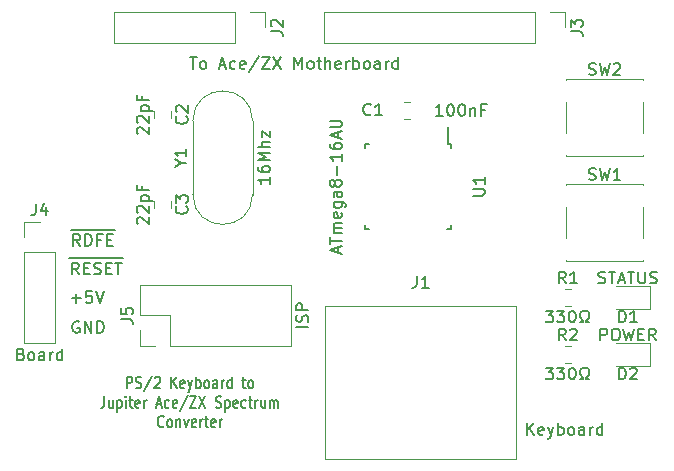
<source format=gbr>
G04 #@! TF.GenerationSoftware,KiCad,Pcbnew,(5.1.5-0-10_14)*
G04 #@! TF.CreationDate,2020-06-21T16:07:24+02:00*
G04 #@! TF.ProjectId,ps2zx,7073327a-782e-46b6-9963-61645f706362,rev?*
G04 #@! TF.SameCoordinates,Original*
G04 #@! TF.FileFunction,Legend,Top*
G04 #@! TF.FilePolarity,Positive*
%FSLAX46Y46*%
G04 Gerber Fmt 4.6, Leading zero omitted, Abs format (unit mm)*
G04 Created by KiCad (PCBNEW (5.1.5-0-10_14)) date 2020-06-21 16:07:24*
%MOMM*%
%LPD*%
G04 APERTURE LIST*
%ADD10C,0.150000*%
%ADD11C,0.120000*%
G04 APERTURE END LIST*
D10*
X147066666Y-119452380D02*
X147066666Y-118452380D01*
X147371428Y-118452380D01*
X147447619Y-118500000D01*
X147485714Y-118547619D01*
X147523809Y-118642857D01*
X147523809Y-118785714D01*
X147485714Y-118880952D01*
X147447619Y-118928571D01*
X147371428Y-118976190D01*
X147066666Y-118976190D01*
X147828571Y-119404761D02*
X147942857Y-119452380D01*
X148133333Y-119452380D01*
X148209523Y-119404761D01*
X148247619Y-119357142D01*
X148285714Y-119261904D01*
X148285714Y-119166666D01*
X148247619Y-119071428D01*
X148209523Y-119023809D01*
X148133333Y-118976190D01*
X147980952Y-118928571D01*
X147904761Y-118880952D01*
X147866666Y-118833333D01*
X147828571Y-118738095D01*
X147828571Y-118642857D01*
X147866666Y-118547619D01*
X147904761Y-118500000D01*
X147980952Y-118452380D01*
X148171428Y-118452380D01*
X148285714Y-118500000D01*
X149200000Y-118404761D02*
X148514285Y-119690476D01*
X149428571Y-118547619D02*
X149466666Y-118500000D01*
X149542857Y-118452380D01*
X149733333Y-118452380D01*
X149809523Y-118500000D01*
X149847619Y-118547619D01*
X149885714Y-118642857D01*
X149885714Y-118738095D01*
X149847619Y-118880952D01*
X149390476Y-119452380D01*
X149885714Y-119452380D01*
X150838095Y-119452380D02*
X150838095Y-118452380D01*
X151295238Y-119452380D02*
X150952380Y-118880952D01*
X151295238Y-118452380D02*
X150838095Y-119023809D01*
X151942857Y-119404761D02*
X151866666Y-119452380D01*
X151714285Y-119452380D01*
X151638095Y-119404761D01*
X151600000Y-119309523D01*
X151600000Y-118928571D01*
X151638095Y-118833333D01*
X151714285Y-118785714D01*
X151866666Y-118785714D01*
X151942857Y-118833333D01*
X151980952Y-118928571D01*
X151980952Y-119023809D01*
X151600000Y-119119047D01*
X152247619Y-118785714D02*
X152438095Y-119452380D01*
X152628571Y-118785714D02*
X152438095Y-119452380D01*
X152361904Y-119690476D01*
X152323809Y-119738095D01*
X152247619Y-119785714D01*
X152933333Y-119452380D02*
X152933333Y-118452380D01*
X152933333Y-118833333D02*
X153009523Y-118785714D01*
X153161904Y-118785714D01*
X153238095Y-118833333D01*
X153276190Y-118880952D01*
X153314285Y-118976190D01*
X153314285Y-119261904D01*
X153276190Y-119357142D01*
X153238095Y-119404761D01*
X153161904Y-119452380D01*
X153009523Y-119452380D01*
X152933333Y-119404761D01*
X153771428Y-119452380D02*
X153695238Y-119404761D01*
X153657142Y-119357142D01*
X153619047Y-119261904D01*
X153619047Y-118976190D01*
X153657142Y-118880952D01*
X153695238Y-118833333D01*
X153771428Y-118785714D01*
X153885714Y-118785714D01*
X153961904Y-118833333D01*
X154000000Y-118880952D01*
X154038095Y-118976190D01*
X154038095Y-119261904D01*
X154000000Y-119357142D01*
X153961904Y-119404761D01*
X153885714Y-119452380D01*
X153771428Y-119452380D01*
X154723809Y-119452380D02*
X154723809Y-118928571D01*
X154685714Y-118833333D01*
X154609523Y-118785714D01*
X154457142Y-118785714D01*
X154380952Y-118833333D01*
X154723809Y-119404761D02*
X154647619Y-119452380D01*
X154457142Y-119452380D01*
X154380952Y-119404761D01*
X154342857Y-119309523D01*
X154342857Y-119214285D01*
X154380952Y-119119047D01*
X154457142Y-119071428D01*
X154647619Y-119071428D01*
X154723809Y-119023809D01*
X155104761Y-119452380D02*
X155104761Y-118785714D01*
X155104761Y-118976190D02*
X155142857Y-118880952D01*
X155180952Y-118833333D01*
X155257142Y-118785714D01*
X155333333Y-118785714D01*
X155942857Y-119452380D02*
X155942857Y-118452380D01*
X155942857Y-119404761D02*
X155866666Y-119452380D01*
X155714285Y-119452380D01*
X155638095Y-119404761D01*
X155600000Y-119357142D01*
X155561904Y-119261904D01*
X155561904Y-118976190D01*
X155600000Y-118880952D01*
X155638095Y-118833333D01*
X155714285Y-118785714D01*
X155866666Y-118785714D01*
X155942857Y-118833333D01*
X156819047Y-118785714D02*
X157123809Y-118785714D01*
X156933333Y-118452380D02*
X156933333Y-119309523D01*
X156971428Y-119404761D01*
X157047619Y-119452380D01*
X157123809Y-119452380D01*
X157504761Y-119452380D02*
X157428571Y-119404761D01*
X157390476Y-119357142D01*
X157352380Y-119261904D01*
X157352380Y-118976190D01*
X157390476Y-118880952D01*
X157428571Y-118833333D01*
X157504761Y-118785714D01*
X157619047Y-118785714D01*
X157695238Y-118833333D01*
X157733333Y-118880952D01*
X157771428Y-118976190D01*
X157771428Y-119261904D01*
X157733333Y-119357142D01*
X157695238Y-119404761D01*
X157619047Y-119452380D01*
X157504761Y-119452380D01*
X145161904Y-120102380D02*
X145161904Y-120816666D01*
X145123809Y-120959523D01*
X145047619Y-121054761D01*
X144933333Y-121102380D01*
X144857142Y-121102380D01*
X145885714Y-120435714D02*
X145885714Y-121102380D01*
X145542857Y-120435714D02*
X145542857Y-120959523D01*
X145580952Y-121054761D01*
X145657142Y-121102380D01*
X145771428Y-121102380D01*
X145847619Y-121054761D01*
X145885714Y-121007142D01*
X146266666Y-120435714D02*
X146266666Y-121435714D01*
X146266666Y-120483333D02*
X146342857Y-120435714D01*
X146495238Y-120435714D01*
X146571428Y-120483333D01*
X146609523Y-120530952D01*
X146647619Y-120626190D01*
X146647619Y-120911904D01*
X146609523Y-121007142D01*
X146571428Y-121054761D01*
X146495238Y-121102380D01*
X146342857Y-121102380D01*
X146266666Y-121054761D01*
X146990476Y-121102380D02*
X146990476Y-120435714D01*
X146990476Y-120102380D02*
X146952380Y-120150000D01*
X146990476Y-120197619D01*
X147028571Y-120150000D01*
X146990476Y-120102380D01*
X146990476Y-120197619D01*
X147257142Y-120435714D02*
X147561904Y-120435714D01*
X147371428Y-120102380D02*
X147371428Y-120959523D01*
X147409523Y-121054761D01*
X147485714Y-121102380D01*
X147561904Y-121102380D01*
X148133333Y-121054761D02*
X148057142Y-121102380D01*
X147904761Y-121102380D01*
X147828571Y-121054761D01*
X147790476Y-120959523D01*
X147790476Y-120578571D01*
X147828571Y-120483333D01*
X147904761Y-120435714D01*
X148057142Y-120435714D01*
X148133333Y-120483333D01*
X148171428Y-120578571D01*
X148171428Y-120673809D01*
X147790476Y-120769047D01*
X148514285Y-121102380D02*
X148514285Y-120435714D01*
X148514285Y-120626190D02*
X148552380Y-120530952D01*
X148590476Y-120483333D01*
X148666666Y-120435714D01*
X148742857Y-120435714D01*
X149580952Y-120816666D02*
X149961904Y-120816666D01*
X149504761Y-121102380D02*
X149771428Y-120102380D01*
X150038095Y-121102380D01*
X150647619Y-121054761D02*
X150571428Y-121102380D01*
X150419047Y-121102380D01*
X150342857Y-121054761D01*
X150304761Y-121007142D01*
X150266666Y-120911904D01*
X150266666Y-120626190D01*
X150304761Y-120530952D01*
X150342857Y-120483333D01*
X150419047Y-120435714D01*
X150571428Y-120435714D01*
X150647619Y-120483333D01*
X151295238Y-121054761D02*
X151219047Y-121102380D01*
X151066666Y-121102380D01*
X150990476Y-121054761D01*
X150952380Y-120959523D01*
X150952380Y-120578571D01*
X150990476Y-120483333D01*
X151066666Y-120435714D01*
X151219047Y-120435714D01*
X151295238Y-120483333D01*
X151333333Y-120578571D01*
X151333333Y-120673809D01*
X150952380Y-120769047D01*
X152247619Y-120054761D02*
X151561904Y-121340476D01*
X152438095Y-120102380D02*
X152971428Y-120102380D01*
X152438095Y-121102380D01*
X152971428Y-121102380D01*
X153200000Y-120102380D02*
X153733333Y-121102380D01*
X153733333Y-120102380D02*
X153200000Y-121102380D01*
X154609523Y-121054761D02*
X154723809Y-121102380D01*
X154914285Y-121102380D01*
X154990476Y-121054761D01*
X155028571Y-121007142D01*
X155066666Y-120911904D01*
X155066666Y-120816666D01*
X155028571Y-120721428D01*
X154990476Y-120673809D01*
X154914285Y-120626190D01*
X154761904Y-120578571D01*
X154685714Y-120530952D01*
X154647619Y-120483333D01*
X154609523Y-120388095D01*
X154609523Y-120292857D01*
X154647619Y-120197619D01*
X154685714Y-120150000D01*
X154761904Y-120102380D01*
X154952380Y-120102380D01*
X155066666Y-120150000D01*
X155409523Y-120435714D02*
X155409523Y-121435714D01*
X155409523Y-120483333D02*
X155485714Y-120435714D01*
X155638095Y-120435714D01*
X155714285Y-120483333D01*
X155752380Y-120530952D01*
X155790476Y-120626190D01*
X155790476Y-120911904D01*
X155752380Y-121007142D01*
X155714285Y-121054761D01*
X155638095Y-121102380D01*
X155485714Y-121102380D01*
X155409523Y-121054761D01*
X156438095Y-121054761D02*
X156361904Y-121102380D01*
X156209523Y-121102380D01*
X156133333Y-121054761D01*
X156095238Y-120959523D01*
X156095238Y-120578571D01*
X156133333Y-120483333D01*
X156209523Y-120435714D01*
X156361904Y-120435714D01*
X156438095Y-120483333D01*
X156476190Y-120578571D01*
X156476190Y-120673809D01*
X156095238Y-120769047D01*
X157161904Y-121054761D02*
X157085714Y-121102380D01*
X156933333Y-121102380D01*
X156857142Y-121054761D01*
X156819047Y-121007142D01*
X156780952Y-120911904D01*
X156780952Y-120626190D01*
X156819047Y-120530952D01*
X156857142Y-120483333D01*
X156933333Y-120435714D01*
X157085714Y-120435714D01*
X157161904Y-120483333D01*
X157390476Y-120435714D02*
X157695238Y-120435714D01*
X157504761Y-120102380D02*
X157504761Y-120959523D01*
X157542857Y-121054761D01*
X157619047Y-121102380D01*
X157695238Y-121102380D01*
X157961904Y-121102380D02*
X157961904Y-120435714D01*
X157961904Y-120626190D02*
X158000000Y-120530952D01*
X158038095Y-120483333D01*
X158114285Y-120435714D01*
X158190476Y-120435714D01*
X158800000Y-120435714D02*
X158800000Y-121102380D01*
X158457142Y-120435714D02*
X158457142Y-120959523D01*
X158495238Y-121054761D01*
X158571428Y-121102380D01*
X158685714Y-121102380D01*
X158761904Y-121054761D01*
X158800000Y-121007142D01*
X159180952Y-121102380D02*
X159180952Y-120435714D01*
X159180952Y-120530952D02*
X159219047Y-120483333D01*
X159295238Y-120435714D01*
X159409523Y-120435714D01*
X159485714Y-120483333D01*
X159523809Y-120578571D01*
X159523809Y-121102380D01*
X159523809Y-120578571D02*
X159561904Y-120483333D01*
X159638095Y-120435714D01*
X159752380Y-120435714D01*
X159828571Y-120483333D01*
X159866666Y-120578571D01*
X159866666Y-121102380D01*
X150209523Y-122657142D02*
X150171428Y-122704761D01*
X150057142Y-122752380D01*
X149980952Y-122752380D01*
X149866666Y-122704761D01*
X149790476Y-122609523D01*
X149752380Y-122514285D01*
X149714285Y-122323809D01*
X149714285Y-122180952D01*
X149752380Y-121990476D01*
X149790476Y-121895238D01*
X149866666Y-121800000D01*
X149980952Y-121752380D01*
X150057142Y-121752380D01*
X150171428Y-121800000D01*
X150209523Y-121847619D01*
X150666666Y-122752380D02*
X150590476Y-122704761D01*
X150552380Y-122657142D01*
X150514285Y-122561904D01*
X150514285Y-122276190D01*
X150552380Y-122180952D01*
X150590476Y-122133333D01*
X150666666Y-122085714D01*
X150780952Y-122085714D01*
X150857142Y-122133333D01*
X150895238Y-122180952D01*
X150933333Y-122276190D01*
X150933333Y-122561904D01*
X150895238Y-122657142D01*
X150857142Y-122704761D01*
X150780952Y-122752380D01*
X150666666Y-122752380D01*
X151276190Y-122085714D02*
X151276190Y-122752380D01*
X151276190Y-122180952D02*
X151314285Y-122133333D01*
X151390476Y-122085714D01*
X151504761Y-122085714D01*
X151580952Y-122133333D01*
X151619047Y-122228571D01*
X151619047Y-122752380D01*
X151923809Y-122085714D02*
X152114285Y-122752380D01*
X152304761Y-122085714D01*
X152914285Y-122704761D02*
X152838095Y-122752380D01*
X152685714Y-122752380D01*
X152609523Y-122704761D01*
X152571428Y-122609523D01*
X152571428Y-122228571D01*
X152609523Y-122133333D01*
X152685714Y-122085714D01*
X152838095Y-122085714D01*
X152914285Y-122133333D01*
X152952380Y-122228571D01*
X152952380Y-122323809D01*
X152571428Y-122419047D01*
X153295238Y-122752380D02*
X153295238Y-122085714D01*
X153295238Y-122276190D02*
X153333333Y-122180952D01*
X153371428Y-122133333D01*
X153447619Y-122085714D01*
X153523809Y-122085714D01*
X153676190Y-122085714D02*
X153980952Y-122085714D01*
X153790476Y-121752380D02*
X153790476Y-122609523D01*
X153828571Y-122704761D01*
X153904761Y-122752380D01*
X153980952Y-122752380D01*
X154552380Y-122704761D02*
X154476190Y-122752380D01*
X154323809Y-122752380D01*
X154247619Y-122704761D01*
X154209523Y-122609523D01*
X154209523Y-122228571D01*
X154247619Y-122133333D01*
X154323809Y-122085714D01*
X154476190Y-122085714D01*
X154552380Y-122133333D01*
X154590476Y-122228571D01*
X154590476Y-122323809D01*
X154209523Y-122419047D01*
X154933333Y-122752380D02*
X154933333Y-122085714D01*
X154933333Y-122276190D02*
X154971428Y-122180952D01*
X155009523Y-122133333D01*
X155085714Y-122085714D01*
X155161904Y-122085714D01*
X152409047Y-91400380D02*
X152980476Y-91400380D01*
X152694761Y-92400380D02*
X152694761Y-91400380D01*
X153456666Y-92400380D02*
X153361428Y-92352761D01*
X153313809Y-92305142D01*
X153266190Y-92209904D01*
X153266190Y-91924190D01*
X153313809Y-91828952D01*
X153361428Y-91781333D01*
X153456666Y-91733714D01*
X153599523Y-91733714D01*
X153694761Y-91781333D01*
X153742380Y-91828952D01*
X153790000Y-91924190D01*
X153790000Y-92209904D01*
X153742380Y-92305142D01*
X153694761Y-92352761D01*
X153599523Y-92400380D01*
X153456666Y-92400380D01*
X154932857Y-92114666D02*
X155409047Y-92114666D01*
X154837619Y-92400380D02*
X155170952Y-91400380D01*
X155504285Y-92400380D01*
X156266190Y-92352761D02*
X156170952Y-92400380D01*
X155980476Y-92400380D01*
X155885238Y-92352761D01*
X155837619Y-92305142D01*
X155790000Y-92209904D01*
X155790000Y-91924190D01*
X155837619Y-91828952D01*
X155885238Y-91781333D01*
X155980476Y-91733714D01*
X156170952Y-91733714D01*
X156266190Y-91781333D01*
X157075714Y-92352761D02*
X156980476Y-92400380D01*
X156790000Y-92400380D01*
X156694761Y-92352761D01*
X156647142Y-92257523D01*
X156647142Y-91876571D01*
X156694761Y-91781333D01*
X156790000Y-91733714D01*
X156980476Y-91733714D01*
X157075714Y-91781333D01*
X157123333Y-91876571D01*
X157123333Y-91971809D01*
X156647142Y-92067047D01*
X158266190Y-91352761D02*
X157409047Y-92638476D01*
X158504285Y-91400380D02*
X159170952Y-91400380D01*
X158504285Y-92400380D01*
X159170952Y-92400380D01*
X159456666Y-91400380D02*
X160123333Y-92400380D01*
X160123333Y-91400380D02*
X159456666Y-92400380D01*
X161266190Y-92400380D02*
X161266190Y-91400380D01*
X161599523Y-92114666D01*
X161932857Y-91400380D01*
X161932857Y-92400380D01*
X162551904Y-92400380D02*
X162456666Y-92352761D01*
X162409047Y-92305142D01*
X162361428Y-92209904D01*
X162361428Y-91924190D01*
X162409047Y-91828952D01*
X162456666Y-91781333D01*
X162551904Y-91733714D01*
X162694761Y-91733714D01*
X162790000Y-91781333D01*
X162837619Y-91828952D01*
X162885238Y-91924190D01*
X162885238Y-92209904D01*
X162837619Y-92305142D01*
X162790000Y-92352761D01*
X162694761Y-92400380D01*
X162551904Y-92400380D01*
X163170952Y-91733714D02*
X163551904Y-91733714D01*
X163313809Y-91400380D02*
X163313809Y-92257523D01*
X163361428Y-92352761D01*
X163456666Y-92400380D01*
X163551904Y-92400380D01*
X163885238Y-92400380D02*
X163885238Y-91400380D01*
X164313809Y-92400380D02*
X164313809Y-91876571D01*
X164266190Y-91781333D01*
X164170952Y-91733714D01*
X164028095Y-91733714D01*
X163932857Y-91781333D01*
X163885238Y-91828952D01*
X165170952Y-92352761D02*
X165075714Y-92400380D01*
X164885238Y-92400380D01*
X164790000Y-92352761D01*
X164742380Y-92257523D01*
X164742380Y-91876571D01*
X164790000Y-91781333D01*
X164885238Y-91733714D01*
X165075714Y-91733714D01*
X165170952Y-91781333D01*
X165218571Y-91876571D01*
X165218571Y-91971809D01*
X164742380Y-92067047D01*
X165647142Y-92400380D02*
X165647142Y-91733714D01*
X165647142Y-91924190D02*
X165694761Y-91828952D01*
X165742380Y-91781333D01*
X165837619Y-91733714D01*
X165932857Y-91733714D01*
X166266190Y-92400380D02*
X166266190Y-91400380D01*
X166266190Y-91781333D02*
X166361428Y-91733714D01*
X166551904Y-91733714D01*
X166647142Y-91781333D01*
X166694761Y-91828952D01*
X166742380Y-91924190D01*
X166742380Y-92209904D01*
X166694761Y-92305142D01*
X166647142Y-92352761D01*
X166551904Y-92400380D01*
X166361428Y-92400380D01*
X166266190Y-92352761D01*
X167313809Y-92400380D02*
X167218571Y-92352761D01*
X167170952Y-92305142D01*
X167123333Y-92209904D01*
X167123333Y-91924190D01*
X167170952Y-91828952D01*
X167218571Y-91781333D01*
X167313809Y-91733714D01*
X167456666Y-91733714D01*
X167551904Y-91781333D01*
X167599523Y-91828952D01*
X167647142Y-91924190D01*
X167647142Y-92209904D01*
X167599523Y-92305142D01*
X167551904Y-92352761D01*
X167456666Y-92400380D01*
X167313809Y-92400380D01*
X168504285Y-92400380D02*
X168504285Y-91876571D01*
X168456666Y-91781333D01*
X168361428Y-91733714D01*
X168170952Y-91733714D01*
X168075714Y-91781333D01*
X168504285Y-92352761D02*
X168409047Y-92400380D01*
X168170952Y-92400380D01*
X168075714Y-92352761D01*
X168028095Y-92257523D01*
X168028095Y-92162285D01*
X168075714Y-92067047D01*
X168170952Y-92019428D01*
X168409047Y-92019428D01*
X168504285Y-91971809D01*
X168980476Y-92400380D02*
X168980476Y-91733714D01*
X168980476Y-91924190D02*
X169028095Y-91828952D01*
X169075714Y-91781333D01*
X169170952Y-91733714D01*
X169266190Y-91733714D01*
X170028095Y-92400380D02*
X170028095Y-91400380D01*
X170028095Y-92352761D02*
X169932857Y-92400380D01*
X169742380Y-92400380D01*
X169647142Y-92352761D01*
X169599523Y-92305142D01*
X169551904Y-92209904D01*
X169551904Y-91924190D01*
X169599523Y-91828952D01*
X169647142Y-91781333D01*
X169742380Y-91733714D01*
X169932857Y-91733714D01*
X170028095Y-91781333D01*
X143027495Y-113800000D02*
X142932257Y-113752380D01*
X142789400Y-113752380D01*
X142646542Y-113800000D01*
X142551304Y-113895238D01*
X142503685Y-113990476D01*
X142456066Y-114180952D01*
X142456066Y-114323809D01*
X142503685Y-114514285D01*
X142551304Y-114609523D01*
X142646542Y-114704761D01*
X142789400Y-114752380D01*
X142884638Y-114752380D01*
X143027495Y-114704761D01*
X143075114Y-114657142D01*
X143075114Y-114323809D01*
X142884638Y-114323809D01*
X143503685Y-114752380D02*
X143503685Y-113752380D01*
X144075114Y-114752380D01*
X144075114Y-113752380D01*
X144551304Y-114752380D02*
X144551304Y-113752380D01*
X144789400Y-113752380D01*
X144932257Y-113800000D01*
X145027495Y-113895238D01*
X145075114Y-113990476D01*
X145122733Y-114180952D01*
X145122733Y-114323809D01*
X145075114Y-114514285D01*
X145027495Y-114609523D01*
X144932257Y-114704761D01*
X144789400Y-114752380D01*
X144551304Y-114752380D01*
X142402085Y-111831428D02*
X143163990Y-111831428D01*
X142783038Y-112212380D02*
X142783038Y-111450476D01*
X144116371Y-111212380D02*
X143640180Y-111212380D01*
X143592561Y-111688571D01*
X143640180Y-111640952D01*
X143735419Y-111593333D01*
X143973514Y-111593333D01*
X144068752Y-111640952D01*
X144116371Y-111688571D01*
X144163990Y-111783809D01*
X144163990Y-112021904D01*
X144116371Y-112117142D01*
X144068752Y-112164761D01*
X143973514Y-112212380D01*
X143735419Y-112212380D01*
X143640180Y-112164761D01*
X143592561Y-112117142D01*
X144449704Y-111212380D02*
X144783038Y-112212380D01*
X145116371Y-111212380D01*
X142213295Y-108432000D02*
X143213295Y-108432000D01*
X143022819Y-109799380D02*
X142689485Y-109323190D01*
X142451390Y-109799380D02*
X142451390Y-108799380D01*
X142832342Y-108799380D01*
X142927580Y-108847000D01*
X142975200Y-108894619D01*
X143022819Y-108989857D01*
X143022819Y-109132714D01*
X142975200Y-109227952D01*
X142927580Y-109275571D01*
X142832342Y-109323190D01*
X142451390Y-109323190D01*
X143213295Y-108432000D02*
X144118057Y-108432000D01*
X143451390Y-109275571D02*
X143784723Y-109275571D01*
X143927580Y-109799380D02*
X143451390Y-109799380D01*
X143451390Y-108799380D01*
X143927580Y-108799380D01*
X144118057Y-108432000D02*
X145070438Y-108432000D01*
X144308533Y-109751761D02*
X144451390Y-109799380D01*
X144689485Y-109799380D01*
X144784723Y-109751761D01*
X144832342Y-109704142D01*
X144879961Y-109608904D01*
X144879961Y-109513666D01*
X144832342Y-109418428D01*
X144784723Y-109370809D01*
X144689485Y-109323190D01*
X144499009Y-109275571D01*
X144403771Y-109227952D01*
X144356152Y-109180333D01*
X144308533Y-109085095D01*
X144308533Y-108989857D01*
X144356152Y-108894619D01*
X144403771Y-108847000D01*
X144499009Y-108799380D01*
X144737104Y-108799380D01*
X144879961Y-108847000D01*
X145070438Y-108432000D02*
X145975200Y-108432000D01*
X145308533Y-109275571D02*
X145641866Y-109275571D01*
X145784723Y-109799380D02*
X145308533Y-109799380D01*
X145308533Y-108799380D01*
X145784723Y-108799380D01*
X145975200Y-108432000D02*
X146737104Y-108432000D01*
X146070438Y-108799380D02*
X146641866Y-108799380D01*
X146356152Y-109799380D02*
X146356152Y-108799380D01*
X142314847Y-106019000D02*
X143314847Y-106019000D01*
X143124371Y-107386380D02*
X142791038Y-106910190D01*
X142552942Y-107386380D02*
X142552942Y-106386380D01*
X142933895Y-106386380D01*
X143029133Y-106434000D01*
X143076752Y-106481619D01*
X143124371Y-106576857D01*
X143124371Y-106719714D01*
X143076752Y-106814952D01*
X143029133Y-106862571D01*
X142933895Y-106910190D01*
X142552942Y-106910190D01*
X143314847Y-106019000D02*
X144314847Y-106019000D01*
X143552942Y-107386380D02*
X143552942Y-106386380D01*
X143791038Y-106386380D01*
X143933895Y-106434000D01*
X144029133Y-106529238D01*
X144076752Y-106624476D01*
X144124371Y-106814952D01*
X144124371Y-106957809D01*
X144076752Y-107148285D01*
X144029133Y-107243523D01*
X143933895Y-107338761D01*
X143791038Y-107386380D01*
X143552942Y-107386380D01*
X144314847Y-106019000D02*
X145171990Y-106019000D01*
X144886276Y-106862571D02*
X144552942Y-106862571D01*
X144552942Y-107386380D02*
X144552942Y-106386380D01*
X145029133Y-106386380D01*
X145171990Y-106019000D02*
X146076752Y-106019000D01*
X145410085Y-106862571D02*
X145743419Y-106862571D01*
X145886276Y-107386380D02*
X145410085Y-107386380D01*
X145410085Y-106386380D01*
X145886276Y-106386380D01*
X174256000Y-98738800D02*
X174256000Y-97313800D01*
X174481000Y-105988800D02*
X174481000Y-105663800D01*
X167231000Y-105988800D02*
X167231000Y-105663800D01*
X167231000Y-98738800D02*
X167231000Y-99063800D01*
X174481000Y-98738800D02*
X174481000Y-99063800D01*
X167231000Y-98738800D02*
X167556000Y-98738800D01*
X167231000Y-105988800D02*
X167556000Y-105988800D01*
X174481000Y-105988800D02*
X174156000Y-105988800D01*
X174481000Y-98738800D02*
X174256000Y-98738800D01*
D11*
X171076252Y-95200400D02*
X170553748Y-95200400D01*
X171076252Y-96620400D02*
X170553748Y-96620400D01*
X184142748Y-117296000D02*
X184665252Y-117296000D01*
X184142748Y-115876000D02*
X184665252Y-115876000D01*
X184210000Y-87570000D02*
X184210000Y-88900000D01*
X182880000Y-87570000D02*
X184210000Y-87570000D01*
X181610000Y-87570000D02*
X181610000Y-90230000D01*
X181610000Y-90230000D02*
X163770000Y-90230000D01*
X181610000Y-87570000D02*
X163770000Y-87570000D01*
X163770000Y-87570000D02*
X163770000Y-90230000D01*
X191344000Y-115626000D02*
X188484000Y-115626000D01*
X191344000Y-117546000D02*
X191344000Y-115626000D01*
X188484000Y-117546000D02*
X191344000Y-117546000D01*
X184142748Y-112470000D02*
X184665252Y-112470000D01*
X184142748Y-111050000D02*
X184665252Y-111050000D01*
X191344000Y-110800000D02*
X188484000Y-110800000D01*
X191344000Y-112720000D02*
X191344000Y-110800000D01*
X188484000Y-112720000D02*
X191344000Y-112720000D01*
X157719000Y-96797000D02*
G75*
G03X152669000Y-96797000I-2525000J0D01*
G01*
X157719000Y-103047000D02*
G75*
G02X152669000Y-103047000I-2525000J0D01*
G01*
X157719000Y-103047000D02*
X157719000Y-96797000D01*
X152669000Y-103047000D02*
X152669000Y-96797000D01*
X149404000Y-96004748D02*
X149404000Y-96527252D01*
X150824000Y-96004748D02*
X150824000Y-96527252D01*
X149404000Y-103624748D02*
X149404000Y-104147252D01*
X150824000Y-103624748D02*
X150824000Y-104147252D01*
X138370000Y-105350000D02*
X139700000Y-105350000D01*
X138370000Y-106680000D02*
X138370000Y-105350000D01*
X138370000Y-107950000D02*
X141030000Y-107950000D01*
X141030000Y-107950000D02*
X141030000Y-115630000D01*
X138370000Y-107950000D02*
X138370000Y-115630000D01*
X138370000Y-115630000D02*
X141030000Y-115630000D01*
X148149000Y-115884000D02*
X148149000Y-114554000D01*
X149479000Y-115884000D02*
X148149000Y-115884000D01*
X148149000Y-113284000D02*
X148149000Y-110684000D01*
X150749000Y-113284000D02*
X148149000Y-113284000D01*
X150749000Y-115884000D02*
X150749000Y-113284000D01*
X148149000Y-110684000D02*
X160969000Y-110684000D01*
X150749000Y-115884000D02*
X160969000Y-115884000D01*
X160969000Y-115884000D02*
X160969000Y-110684000D01*
X184298200Y-108640000D02*
X190758200Y-108640000D01*
X184298200Y-104110000D02*
X184298200Y-106710000D01*
X184298200Y-102180000D02*
X190758200Y-102180000D01*
X190758200Y-104110000D02*
X190758200Y-106710000D01*
X184298200Y-102210000D02*
X184298200Y-102180000D01*
X184298200Y-108640000D02*
X184298200Y-108610000D01*
X190758200Y-108640000D02*
X190758200Y-108610000D01*
X190758200Y-102180000D02*
X190758200Y-102210000D01*
X184298200Y-99750000D02*
X190758200Y-99750000D01*
X184298200Y-95220000D02*
X184298200Y-97820000D01*
X184298200Y-93290000D02*
X190758200Y-93290000D01*
X190758200Y-95220000D02*
X190758200Y-97820000D01*
X184298200Y-93320000D02*
X184298200Y-93290000D01*
X184298200Y-99750000D02*
X184298200Y-99720000D01*
X190758200Y-99750000D02*
X190758200Y-99720000D01*
X190758200Y-93290000D02*
X190758200Y-93320000D01*
X163828000Y-125440000D02*
X180028000Y-125440000D01*
X163828000Y-112440000D02*
X180028000Y-112440000D01*
X163828000Y-112440000D02*
X163828000Y-125440000D01*
X180028000Y-112440000D02*
X180028000Y-125440000D01*
X158810000Y-87570000D02*
X158810000Y-88900000D01*
X157480000Y-87570000D02*
X158810000Y-87570000D01*
X156210000Y-87570000D02*
X156210000Y-90230000D01*
X156210000Y-90230000D02*
X145990000Y-90230000D01*
X156210000Y-87570000D02*
X145990000Y-87570000D01*
X145990000Y-87570000D02*
X145990000Y-90230000D01*
D10*
X176358380Y-103125704D02*
X177167904Y-103125704D01*
X177263142Y-103078085D01*
X177310761Y-103030466D01*
X177358380Y-102935228D01*
X177358380Y-102744752D01*
X177310761Y-102649514D01*
X177263142Y-102601895D01*
X177167904Y-102554276D01*
X176358380Y-102554276D01*
X177358380Y-101554276D02*
X177358380Y-102125704D01*
X177358380Y-101839990D02*
X176358380Y-101839990D01*
X176501238Y-101935228D01*
X176596476Y-102030466D01*
X176644095Y-102125704D01*
X164972666Y-107982847D02*
X164972666Y-107506657D01*
X165258380Y-108078085D02*
X164258380Y-107744752D01*
X165258380Y-107411419D01*
X164258380Y-107220942D02*
X164258380Y-106649514D01*
X165258380Y-106935228D02*
X164258380Y-106935228D01*
X165258380Y-106316180D02*
X164591714Y-106316180D01*
X164686952Y-106316180D02*
X164639333Y-106268561D01*
X164591714Y-106173323D01*
X164591714Y-106030466D01*
X164639333Y-105935228D01*
X164734571Y-105887609D01*
X165258380Y-105887609D01*
X164734571Y-105887609D02*
X164639333Y-105839990D01*
X164591714Y-105744752D01*
X164591714Y-105601895D01*
X164639333Y-105506657D01*
X164734571Y-105459038D01*
X165258380Y-105459038D01*
X165210761Y-104601895D02*
X165258380Y-104697133D01*
X165258380Y-104887609D01*
X165210761Y-104982847D01*
X165115523Y-105030466D01*
X164734571Y-105030466D01*
X164639333Y-104982847D01*
X164591714Y-104887609D01*
X164591714Y-104697133D01*
X164639333Y-104601895D01*
X164734571Y-104554276D01*
X164829809Y-104554276D01*
X164925047Y-105030466D01*
X164591714Y-103697133D02*
X165401238Y-103697133D01*
X165496476Y-103744752D01*
X165544095Y-103792371D01*
X165591714Y-103887609D01*
X165591714Y-104030466D01*
X165544095Y-104125704D01*
X165210761Y-103697133D02*
X165258380Y-103792371D01*
X165258380Y-103982847D01*
X165210761Y-104078085D01*
X165163142Y-104125704D01*
X165067904Y-104173323D01*
X164782190Y-104173323D01*
X164686952Y-104125704D01*
X164639333Y-104078085D01*
X164591714Y-103982847D01*
X164591714Y-103792371D01*
X164639333Y-103697133D01*
X165258380Y-102792371D02*
X164734571Y-102792371D01*
X164639333Y-102839990D01*
X164591714Y-102935228D01*
X164591714Y-103125704D01*
X164639333Y-103220942D01*
X165210761Y-102792371D02*
X165258380Y-102887609D01*
X165258380Y-103125704D01*
X165210761Y-103220942D01*
X165115523Y-103268561D01*
X165020285Y-103268561D01*
X164925047Y-103220942D01*
X164877428Y-103125704D01*
X164877428Y-102887609D01*
X164829809Y-102792371D01*
X164686952Y-102173323D02*
X164639333Y-102268561D01*
X164591714Y-102316180D01*
X164496476Y-102363800D01*
X164448857Y-102363800D01*
X164353619Y-102316180D01*
X164306000Y-102268561D01*
X164258380Y-102173323D01*
X164258380Y-101982847D01*
X164306000Y-101887609D01*
X164353619Y-101839990D01*
X164448857Y-101792371D01*
X164496476Y-101792371D01*
X164591714Y-101839990D01*
X164639333Y-101887609D01*
X164686952Y-101982847D01*
X164686952Y-102173323D01*
X164734571Y-102268561D01*
X164782190Y-102316180D01*
X164877428Y-102363800D01*
X165067904Y-102363800D01*
X165163142Y-102316180D01*
X165210761Y-102268561D01*
X165258380Y-102173323D01*
X165258380Y-101982847D01*
X165210761Y-101887609D01*
X165163142Y-101839990D01*
X165067904Y-101792371D01*
X164877428Y-101792371D01*
X164782190Y-101839990D01*
X164734571Y-101887609D01*
X164686952Y-101982847D01*
X164877428Y-101363800D02*
X164877428Y-100601895D01*
X165258380Y-99601895D02*
X165258380Y-100173323D01*
X165258380Y-99887609D02*
X164258380Y-99887609D01*
X164401238Y-99982847D01*
X164496476Y-100078085D01*
X164544095Y-100173323D01*
X164258380Y-98744752D02*
X164258380Y-98935228D01*
X164306000Y-99030466D01*
X164353619Y-99078085D01*
X164496476Y-99173323D01*
X164686952Y-99220942D01*
X165067904Y-99220942D01*
X165163142Y-99173323D01*
X165210761Y-99125704D01*
X165258380Y-99030466D01*
X165258380Y-98839990D01*
X165210761Y-98744752D01*
X165163142Y-98697133D01*
X165067904Y-98649514D01*
X164829809Y-98649514D01*
X164734571Y-98697133D01*
X164686952Y-98744752D01*
X164639333Y-98839990D01*
X164639333Y-99030466D01*
X164686952Y-99125704D01*
X164734571Y-99173323D01*
X164829809Y-99220942D01*
X164972666Y-98268561D02*
X164972666Y-97792371D01*
X165258380Y-98363800D02*
X164258380Y-98030466D01*
X165258380Y-97697133D01*
X164258380Y-97363800D02*
X165067904Y-97363800D01*
X165163142Y-97316180D01*
X165210761Y-97268561D01*
X165258380Y-97173323D01*
X165258380Y-96982847D01*
X165210761Y-96887609D01*
X165163142Y-96839990D01*
X165067904Y-96792371D01*
X164258380Y-96792371D01*
X167727333Y-96242142D02*
X167679714Y-96289761D01*
X167536857Y-96337380D01*
X167441619Y-96337380D01*
X167298761Y-96289761D01*
X167203523Y-96194523D01*
X167155904Y-96099285D01*
X167108285Y-95908809D01*
X167108285Y-95765952D01*
X167155904Y-95575476D01*
X167203523Y-95480238D01*
X167298761Y-95385000D01*
X167441619Y-95337380D01*
X167536857Y-95337380D01*
X167679714Y-95385000D01*
X167727333Y-95432619D01*
X168679714Y-96337380D02*
X168108285Y-96337380D01*
X168394000Y-96337380D02*
X168394000Y-95337380D01*
X168298761Y-95480238D01*
X168203523Y-95575476D01*
X168108285Y-95623095D01*
X173813980Y-96388180D02*
X173242552Y-96388180D01*
X173528266Y-96388180D02*
X173528266Y-95388180D01*
X173433028Y-95531038D01*
X173337790Y-95626276D01*
X173242552Y-95673895D01*
X174433028Y-95388180D02*
X174528266Y-95388180D01*
X174623504Y-95435800D01*
X174671123Y-95483419D01*
X174718742Y-95578657D01*
X174766361Y-95769133D01*
X174766361Y-96007228D01*
X174718742Y-96197704D01*
X174671123Y-96292942D01*
X174623504Y-96340561D01*
X174528266Y-96388180D01*
X174433028Y-96388180D01*
X174337790Y-96340561D01*
X174290171Y-96292942D01*
X174242552Y-96197704D01*
X174194933Y-96007228D01*
X174194933Y-95769133D01*
X174242552Y-95578657D01*
X174290171Y-95483419D01*
X174337790Y-95435800D01*
X174433028Y-95388180D01*
X175385409Y-95388180D02*
X175480647Y-95388180D01*
X175575885Y-95435800D01*
X175623504Y-95483419D01*
X175671123Y-95578657D01*
X175718742Y-95769133D01*
X175718742Y-96007228D01*
X175671123Y-96197704D01*
X175623504Y-96292942D01*
X175575885Y-96340561D01*
X175480647Y-96388180D01*
X175385409Y-96388180D01*
X175290171Y-96340561D01*
X175242552Y-96292942D01*
X175194933Y-96197704D01*
X175147314Y-96007228D01*
X175147314Y-95769133D01*
X175194933Y-95578657D01*
X175242552Y-95483419D01*
X175290171Y-95435800D01*
X175385409Y-95388180D01*
X176147314Y-95721514D02*
X176147314Y-96388180D01*
X176147314Y-95816752D02*
X176194933Y-95769133D01*
X176290171Y-95721514D01*
X176433028Y-95721514D01*
X176528266Y-95769133D01*
X176575885Y-95864371D01*
X176575885Y-96388180D01*
X177385409Y-95864371D02*
X177052076Y-95864371D01*
X177052076Y-96388180D02*
X177052076Y-95388180D01*
X177528266Y-95388180D01*
X184237333Y-115388380D02*
X183904000Y-114912190D01*
X183665904Y-115388380D02*
X183665904Y-114388380D01*
X184046857Y-114388380D01*
X184142095Y-114436000D01*
X184189714Y-114483619D01*
X184237333Y-114578857D01*
X184237333Y-114721714D01*
X184189714Y-114816952D01*
X184142095Y-114864571D01*
X184046857Y-114912190D01*
X183665904Y-114912190D01*
X184618285Y-114483619D02*
X184665904Y-114436000D01*
X184761142Y-114388380D01*
X184999238Y-114388380D01*
X185094476Y-114436000D01*
X185142095Y-114483619D01*
X185189714Y-114578857D01*
X185189714Y-114674095D01*
X185142095Y-114816952D01*
X184570666Y-115388380D01*
X185189714Y-115388380D01*
X182546857Y-117688380D02*
X183165904Y-117688380D01*
X182832571Y-118069333D01*
X182975428Y-118069333D01*
X183070666Y-118116952D01*
X183118285Y-118164571D01*
X183165904Y-118259809D01*
X183165904Y-118497904D01*
X183118285Y-118593142D01*
X183070666Y-118640761D01*
X182975428Y-118688380D01*
X182689714Y-118688380D01*
X182594476Y-118640761D01*
X182546857Y-118593142D01*
X183499238Y-117688380D02*
X184118285Y-117688380D01*
X183784952Y-118069333D01*
X183927809Y-118069333D01*
X184023047Y-118116952D01*
X184070666Y-118164571D01*
X184118285Y-118259809D01*
X184118285Y-118497904D01*
X184070666Y-118593142D01*
X184023047Y-118640761D01*
X183927809Y-118688380D01*
X183642095Y-118688380D01*
X183546857Y-118640761D01*
X183499238Y-118593142D01*
X184737333Y-117688380D02*
X184832571Y-117688380D01*
X184927809Y-117736000D01*
X184975428Y-117783619D01*
X185023047Y-117878857D01*
X185070666Y-118069333D01*
X185070666Y-118307428D01*
X185023047Y-118497904D01*
X184975428Y-118593142D01*
X184927809Y-118640761D01*
X184832571Y-118688380D01*
X184737333Y-118688380D01*
X184642095Y-118640761D01*
X184594476Y-118593142D01*
X184546857Y-118497904D01*
X184499238Y-118307428D01*
X184499238Y-118069333D01*
X184546857Y-117878857D01*
X184594476Y-117783619D01*
X184642095Y-117736000D01*
X184737333Y-117688380D01*
X185451619Y-118688380D02*
X185689714Y-118688380D01*
X185689714Y-118497904D01*
X185594476Y-118450285D01*
X185499238Y-118355047D01*
X185451619Y-118212190D01*
X185451619Y-117974095D01*
X185499238Y-117831238D01*
X185594476Y-117736000D01*
X185737333Y-117688380D01*
X185927809Y-117688380D01*
X186070666Y-117736000D01*
X186165904Y-117831238D01*
X186213523Y-117974095D01*
X186213523Y-118212190D01*
X186165904Y-118355047D01*
X186070666Y-118450285D01*
X185975428Y-118497904D01*
X185975428Y-118688380D01*
X186213523Y-118688380D01*
X184662380Y-89233333D02*
X185376666Y-89233333D01*
X185519523Y-89280952D01*
X185614761Y-89376190D01*
X185662380Y-89519047D01*
X185662380Y-89614285D01*
X184662380Y-88852380D02*
X184662380Y-88233333D01*
X185043333Y-88566666D01*
X185043333Y-88423809D01*
X185090952Y-88328571D01*
X185138571Y-88280952D01*
X185233809Y-88233333D01*
X185471904Y-88233333D01*
X185567142Y-88280952D01*
X185614761Y-88328571D01*
X185662380Y-88423809D01*
X185662380Y-88709523D01*
X185614761Y-88804761D01*
X185567142Y-88852380D01*
X188745904Y-118688380D02*
X188745904Y-117688380D01*
X188984000Y-117688380D01*
X189126857Y-117736000D01*
X189222095Y-117831238D01*
X189269714Y-117926476D01*
X189317333Y-118116952D01*
X189317333Y-118259809D01*
X189269714Y-118450285D01*
X189222095Y-118545523D01*
X189126857Y-118640761D01*
X188984000Y-118688380D01*
X188745904Y-118688380D01*
X189698285Y-117783619D02*
X189745904Y-117736000D01*
X189841142Y-117688380D01*
X190079238Y-117688380D01*
X190174476Y-117736000D01*
X190222095Y-117783619D01*
X190269714Y-117878857D01*
X190269714Y-117974095D01*
X190222095Y-118116952D01*
X189650666Y-118688380D01*
X190269714Y-118688380D01*
X187174476Y-115388380D02*
X187174476Y-114388380D01*
X187555428Y-114388380D01*
X187650666Y-114436000D01*
X187698285Y-114483619D01*
X187745904Y-114578857D01*
X187745904Y-114721714D01*
X187698285Y-114816952D01*
X187650666Y-114864571D01*
X187555428Y-114912190D01*
X187174476Y-114912190D01*
X188364952Y-114388380D02*
X188555428Y-114388380D01*
X188650666Y-114436000D01*
X188745904Y-114531238D01*
X188793523Y-114721714D01*
X188793523Y-115055047D01*
X188745904Y-115245523D01*
X188650666Y-115340761D01*
X188555428Y-115388380D01*
X188364952Y-115388380D01*
X188269714Y-115340761D01*
X188174476Y-115245523D01*
X188126857Y-115055047D01*
X188126857Y-114721714D01*
X188174476Y-114531238D01*
X188269714Y-114436000D01*
X188364952Y-114388380D01*
X189126857Y-114388380D02*
X189364952Y-115388380D01*
X189555428Y-114674095D01*
X189745904Y-115388380D01*
X189984000Y-114388380D01*
X190364952Y-114864571D02*
X190698285Y-114864571D01*
X190841142Y-115388380D02*
X190364952Y-115388380D01*
X190364952Y-114388380D01*
X190841142Y-114388380D01*
X191841142Y-115388380D02*
X191507809Y-114912190D01*
X191269714Y-115388380D02*
X191269714Y-114388380D01*
X191650666Y-114388380D01*
X191745904Y-114436000D01*
X191793523Y-114483619D01*
X191841142Y-114578857D01*
X191841142Y-114721714D01*
X191793523Y-114816952D01*
X191745904Y-114864571D01*
X191650666Y-114912190D01*
X191269714Y-114912190D01*
X184237333Y-110562380D02*
X183904000Y-110086190D01*
X183665904Y-110562380D02*
X183665904Y-109562380D01*
X184046857Y-109562380D01*
X184142095Y-109610000D01*
X184189714Y-109657619D01*
X184237333Y-109752857D01*
X184237333Y-109895714D01*
X184189714Y-109990952D01*
X184142095Y-110038571D01*
X184046857Y-110086190D01*
X183665904Y-110086190D01*
X185189714Y-110562380D02*
X184618285Y-110562380D01*
X184904000Y-110562380D02*
X184904000Y-109562380D01*
X184808761Y-109705238D01*
X184713523Y-109800476D01*
X184618285Y-109848095D01*
X182546857Y-112862380D02*
X183165904Y-112862380D01*
X182832571Y-113243333D01*
X182975428Y-113243333D01*
X183070666Y-113290952D01*
X183118285Y-113338571D01*
X183165904Y-113433809D01*
X183165904Y-113671904D01*
X183118285Y-113767142D01*
X183070666Y-113814761D01*
X182975428Y-113862380D01*
X182689714Y-113862380D01*
X182594476Y-113814761D01*
X182546857Y-113767142D01*
X183499238Y-112862380D02*
X184118285Y-112862380D01*
X183784952Y-113243333D01*
X183927809Y-113243333D01*
X184023047Y-113290952D01*
X184070666Y-113338571D01*
X184118285Y-113433809D01*
X184118285Y-113671904D01*
X184070666Y-113767142D01*
X184023047Y-113814761D01*
X183927809Y-113862380D01*
X183642095Y-113862380D01*
X183546857Y-113814761D01*
X183499238Y-113767142D01*
X184737333Y-112862380D02*
X184832571Y-112862380D01*
X184927809Y-112910000D01*
X184975428Y-112957619D01*
X185023047Y-113052857D01*
X185070666Y-113243333D01*
X185070666Y-113481428D01*
X185023047Y-113671904D01*
X184975428Y-113767142D01*
X184927809Y-113814761D01*
X184832571Y-113862380D01*
X184737333Y-113862380D01*
X184642095Y-113814761D01*
X184594476Y-113767142D01*
X184546857Y-113671904D01*
X184499238Y-113481428D01*
X184499238Y-113243333D01*
X184546857Y-113052857D01*
X184594476Y-112957619D01*
X184642095Y-112910000D01*
X184737333Y-112862380D01*
X185451619Y-113862380D02*
X185689714Y-113862380D01*
X185689714Y-113671904D01*
X185594476Y-113624285D01*
X185499238Y-113529047D01*
X185451619Y-113386190D01*
X185451619Y-113148095D01*
X185499238Y-113005238D01*
X185594476Y-112910000D01*
X185737333Y-112862380D01*
X185927809Y-112862380D01*
X186070666Y-112910000D01*
X186165904Y-113005238D01*
X186213523Y-113148095D01*
X186213523Y-113386190D01*
X186165904Y-113529047D01*
X186070666Y-113624285D01*
X185975428Y-113671904D01*
X185975428Y-113862380D01*
X186213523Y-113862380D01*
X188745904Y-113862380D02*
X188745904Y-112862380D01*
X188984000Y-112862380D01*
X189126857Y-112910000D01*
X189222095Y-113005238D01*
X189269714Y-113100476D01*
X189317333Y-113290952D01*
X189317333Y-113433809D01*
X189269714Y-113624285D01*
X189222095Y-113719523D01*
X189126857Y-113814761D01*
X188984000Y-113862380D01*
X188745904Y-113862380D01*
X190269714Y-113862380D02*
X189698285Y-113862380D01*
X189984000Y-113862380D02*
X189984000Y-112862380D01*
X189888761Y-113005238D01*
X189793523Y-113100476D01*
X189698285Y-113148095D01*
X187007809Y-110514761D02*
X187150666Y-110562380D01*
X187388761Y-110562380D01*
X187484000Y-110514761D01*
X187531619Y-110467142D01*
X187579238Y-110371904D01*
X187579238Y-110276666D01*
X187531619Y-110181428D01*
X187484000Y-110133809D01*
X187388761Y-110086190D01*
X187198285Y-110038571D01*
X187103047Y-109990952D01*
X187055428Y-109943333D01*
X187007809Y-109848095D01*
X187007809Y-109752857D01*
X187055428Y-109657619D01*
X187103047Y-109610000D01*
X187198285Y-109562380D01*
X187436380Y-109562380D01*
X187579238Y-109610000D01*
X187864952Y-109562380D02*
X188436380Y-109562380D01*
X188150666Y-110562380D02*
X188150666Y-109562380D01*
X188722095Y-110276666D02*
X189198285Y-110276666D01*
X188626857Y-110562380D02*
X188960190Y-109562380D01*
X189293523Y-110562380D01*
X189484000Y-109562380D02*
X190055428Y-109562380D01*
X189769714Y-110562380D02*
X189769714Y-109562380D01*
X190388761Y-109562380D02*
X190388761Y-110371904D01*
X190436380Y-110467142D01*
X190484000Y-110514761D01*
X190579238Y-110562380D01*
X190769714Y-110562380D01*
X190864952Y-110514761D01*
X190912571Y-110467142D01*
X190960190Y-110371904D01*
X190960190Y-109562380D01*
X191388761Y-110514761D02*
X191531619Y-110562380D01*
X191769714Y-110562380D01*
X191864952Y-110514761D01*
X191912571Y-110467142D01*
X191960190Y-110371904D01*
X191960190Y-110276666D01*
X191912571Y-110181428D01*
X191864952Y-110133809D01*
X191769714Y-110086190D01*
X191579238Y-110038571D01*
X191484000Y-109990952D01*
X191436380Y-109943333D01*
X191388761Y-109848095D01*
X191388761Y-109752857D01*
X191436380Y-109657619D01*
X191484000Y-109610000D01*
X191579238Y-109562380D01*
X191817333Y-109562380D01*
X191960190Y-109610000D01*
X151645190Y-100398190D02*
X152121380Y-100398190D01*
X151121380Y-100731523D02*
X151645190Y-100398190D01*
X151121380Y-100064857D01*
X152121380Y-99207714D02*
X152121380Y-99779142D01*
X152121380Y-99493428D02*
X151121380Y-99493428D01*
X151264238Y-99588666D01*
X151359476Y-99683904D01*
X151407095Y-99779142D01*
X159171380Y-101541047D02*
X159171380Y-102112476D01*
X159171380Y-101826761D02*
X158171380Y-101826761D01*
X158314238Y-101922000D01*
X158409476Y-102017238D01*
X158457095Y-102112476D01*
X158171380Y-100683904D02*
X158171380Y-100874380D01*
X158219000Y-100969619D01*
X158266619Y-101017238D01*
X158409476Y-101112476D01*
X158599952Y-101160095D01*
X158980904Y-101160095D01*
X159076142Y-101112476D01*
X159123761Y-101064857D01*
X159171380Y-100969619D01*
X159171380Y-100779142D01*
X159123761Y-100683904D01*
X159076142Y-100636285D01*
X158980904Y-100588666D01*
X158742809Y-100588666D01*
X158647571Y-100636285D01*
X158599952Y-100683904D01*
X158552333Y-100779142D01*
X158552333Y-100969619D01*
X158599952Y-101064857D01*
X158647571Y-101112476D01*
X158742809Y-101160095D01*
X159171380Y-100160095D02*
X158171380Y-100160095D01*
X158885666Y-99826761D01*
X158171380Y-99493428D01*
X159171380Y-99493428D01*
X159171380Y-99017238D02*
X158171380Y-99017238D01*
X159171380Y-98588666D02*
X158647571Y-98588666D01*
X158552333Y-98636285D01*
X158504714Y-98731523D01*
X158504714Y-98874380D01*
X158552333Y-98969619D01*
X158599952Y-99017238D01*
X158504714Y-98207714D02*
X158504714Y-97683904D01*
X159171380Y-98207714D01*
X159171380Y-97683904D01*
X152121142Y-96432666D02*
X152168761Y-96480285D01*
X152216380Y-96623142D01*
X152216380Y-96718380D01*
X152168761Y-96861238D01*
X152073523Y-96956476D01*
X151978285Y-97004095D01*
X151787809Y-97051714D01*
X151644952Y-97051714D01*
X151454476Y-97004095D01*
X151359238Y-96956476D01*
X151264000Y-96861238D01*
X151216380Y-96718380D01*
X151216380Y-96623142D01*
X151264000Y-96480285D01*
X151311619Y-96432666D01*
X151311619Y-96051714D02*
X151264000Y-96004095D01*
X151216380Y-95908857D01*
X151216380Y-95670761D01*
X151264000Y-95575523D01*
X151311619Y-95527904D01*
X151406857Y-95480285D01*
X151502095Y-95480285D01*
X151644952Y-95527904D01*
X152216380Y-96099333D01*
X152216380Y-95480285D01*
X148011619Y-97908857D02*
X147964000Y-97861238D01*
X147916380Y-97766000D01*
X147916380Y-97527904D01*
X147964000Y-97432666D01*
X148011619Y-97385047D01*
X148106857Y-97337428D01*
X148202095Y-97337428D01*
X148344952Y-97385047D01*
X148916380Y-97956476D01*
X148916380Y-97337428D01*
X148011619Y-96956476D02*
X147964000Y-96908857D01*
X147916380Y-96813619D01*
X147916380Y-96575523D01*
X147964000Y-96480285D01*
X148011619Y-96432666D01*
X148106857Y-96385047D01*
X148202095Y-96385047D01*
X148344952Y-96432666D01*
X148916380Y-97004095D01*
X148916380Y-96385047D01*
X148249714Y-95956476D02*
X149249714Y-95956476D01*
X148297333Y-95956476D02*
X148249714Y-95861238D01*
X148249714Y-95670761D01*
X148297333Y-95575523D01*
X148344952Y-95527904D01*
X148440190Y-95480285D01*
X148725904Y-95480285D01*
X148821142Y-95527904D01*
X148868761Y-95575523D01*
X148916380Y-95670761D01*
X148916380Y-95861238D01*
X148868761Y-95956476D01*
X148392571Y-94718380D02*
X148392571Y-95051714D01*
X148916380Y-95051714D02*
X147916380Y-95051714D01*
X147916380Y-94575523D01*
X152121142Y-104052666D02*
X152168761Y-104100285D01*
X152216380Y-104243142D01*
X152216380Y-104338380D01*
X152168761Y-104481238D01*
X152073523Y-104576476D01*
X151978285Y-104624095D01*
X151787809Y-104671714D01*
X151644952Y-104671714D01*
X151454476Y-104624095D01*
X151359238Y-104576476D01*
X151264000Y-104481238D01*
X151216380Y-104338380D01*
X151216380Y-104243142D01*
X151264000Y-104100285D01*
X151311619Y-104052666D01*
X151216380Y-103719333D02*
X151216380Y-103100285D01*
X151597333Y-103433619D01*
X151597333Y-103290761D01*
X151644952Y-103195523D01*
X151692571Y-103147904D01*
X151787809Y-103100285D01*
X152025904Y-103100285D01*
X152121142Y-103147904D01*
X152168761Y-103195523D01*
X152216380Y-103290761D01*
X152216380Y-103576476D01*
X152168761Y-103671714D01*
X152121142Y-103719333D01*
X148011619Y-105528857D02*
X147964000Y-105481238D01*
X147916380Y-105386000D01*
X147916380Y-105147904D01*
X147964000Y-105052666D01*
X148011619Y-105005047D01*
X148106857Y-104957428D01*
X148202095Y-104957428D01*
X148344952Y-105005047D01*
X148916380Y-105576476D01*
X148916380Y-104957428D01*
X148011619Y-104576476D02*
X147964000Y-104528857D01*
X147916380Y-104433619D01*
X147916380Y-104195523D01*
X147964000Y-104100285D01*
X148011619Y-104052666D01*
X148106857Y-104005047D01*
X148202095Y-104005047D01*
X148344952Y-104052666D01*
X148916380Y-104624095D01*
X148916380Y-104005047D01*
X148249714Y-103576476D02*
X149249714Y-103576476D01*
X148297333Y-103576476D02*
X148249714Y-103481238D01*
X148249714Y-103290761D01*
X148297333Y-103195523D01*
X148344952Y-103147904D01*
X148440190Y-103100285D01*
X148725904Y-103100285D01*
X148821142Y-103147904D01*
X148868761Y-103195523D01*
X148916380Y-103290761D01*
X148916380Y-103481238D01*
X148868761Y-103576476D01*
X148392571Y-102338380D02*
X148392571Y-102671714D01*
X148916380Y-102671714D02*
X147916380Y-102671714D01*
X147916380Y-102195523D01*
X139366666Y-103802380D02*
X139366666Y-104516666D01*
X139319047Y-104659523D01*
X139223809Y-104754761D01*
X139080952Y-104802380D01*
X138985714Y-104802380D01*
X140271428Y-104135714D02*
X140271428Y-104802380D01*
X140033333Y-103754761D02*
X139795238Y-104469047D01*
X140414285Y-104469047D01*
X138104761Y-116558571D02*
X138247619Y-116606190D01*
X138295238Y-116653809D01*
X138342857Y-116749047D01*
X138342857Y-116891904D01*
X138295238Y-116987142D01*
X138247619Y-117034761D01*
X138152380Y-117082380D01*
X137771428Y-117082380D01*
X137771428Y-116082380D01*
X138104761Y-116082380D01*
X138200000Y-116130000D01*
X138247619Y-116177619D01*
X138295238Y-116272857D01*
X138295238Y-116368095D01*
X138247619Y-116463333D01*
X138200000Y-116510952D01*
X138104761Y-116558571D01*
X137771428Y-116558571D01*
X138914285Y-117082380D02*
X138819047Y-117034761D01*
X138771428Y-116987142D01*
X138723809Y-116891904D01*
X138723809Y-116606190D01*
X138771428Y-116510952D01*
X138819047Y-116463333D01*
X138914285Y-116415714D01*
X139057142Y-116415714D01*
X139152380Y-116463333D01*
X139200000Y-116510952D01*
X139247619Y-116606190D01*
X139247619Y-116891904D01*
X139200000Y-116987142D01*
X139152380Y-117034761D01*
X139057142Y-117082380D01*
X138914285Y-117082380D01*
X140104761Y-117082380D02*
X140104761Y-116558571D01*
X140057142Y-116463333D01*
X139961904Y-116415714D01*
X139771428Y-116415714D01*
X139676190Y-116463333D01*
X140104761Y-117034761D02*
X140009523Y-117082380D01*
X139771428Y-117082380D01*
X139676190Y-117034761D01*
X139628571Y-116939523D01*
X139628571Y-116844285D01*
X139676190Y-116749047D01*
X139771428Y-116701428D01*
X140009523Y-116701428D01*
X140104761Y-116653809D01*
X140580952Y-117082380D02*
X140580952Y-116415714D01*
X140580952Y-116606190D02*
X140628571Y-116510952D01*
X140676190Y-116463333D01*
X140771428Y-116415714D01*
X140866666Y-116415714D01*
X141628571Y-117082380D02*
X141628571Y-116082380D01*
X141628571Y-117034761D02*
X141533333Y-117082380D01*
X141342857Y-117082380D01*
X141247619Y-117034761D01*
X141200000Y-116987142D01*
X141152380Y-116891904D01*
X141152380Y-116606190D01*
X141200000Y-116510952D01*
X141247619Y-116463333D01*
X141342857Y-116415714D01*
X141533333Y-116415714D01*
X141628571Y-116463333D01*
X146601380Y-113617333D02*
X147315666Y-113617333D01*
X147458523Y-113664952D01*
X147553761Y-113760190D01*
X147601380Y-113903047D01*
X147601380Y-113998285D01*
X146601380Y-112664952D02*
X146601380Y-113141142D01*
X147077571Y-113188761D01*
X147029952Y-113141142D01*
X146982333Y-113045904D01*
X146982333Y-112807809D01*
X147029952Y-112712571D01*
X147077571Y-112664952D01*
X147172809Y-112617333D01*
X147410904Y-112617333D01*
X147506142Y-112664952D01*
X147553761Y-112712571D01*
X147601380Y-112807809D01*
X147601380Y-113045904D01*
X147553761Y-113141142D01*
X147506142Y-113188761D01*
X162421380Y-114260190D02*
X161421380Y-114260190D01*
X162373761Y-113831619D02*
X162421380Y-113688761D01*
X162421380Y-113450666D01*
X162373761Y-113355428D01*
X162326142Y-113307809D01*
X162230904Y-113260190D01*
X162135666Y-113260190D01*
X162040428Y-113307809D01*
X161992809Y-113355428D01*
X161945190Y-113450666D01*
X161897571Y-113641142D01*
X161849952Y-113736380D01*
X161802333Y-113784000D01*
X161707095Y-113831619D01*
X161611857Y-113831619D01*
X161516619Y-113784000D01*
X161469000Y-113736380D01*
X161421380Y-113641142D01*
X161421380Y-113403047D01*
X161469000Y-113260190D01*
X162421380Y-112831619D02*
X161421380Y-112831619D01*
X161421380Y-112450666D01*
X161469000Y-112355428D01*
X161516619Y-112307809D01*
X161611857Y-112260190D01*
X161754714Y-112260190D01*
X161849952Y-112307809D01*
X161897571Y-112355428D01*
X161945190Y-112450666D01*
X161945190Y-112831619D01*
X186194866Y-101764761D02*
X186337723Y-101812380D01*
X186575819Y-101812380D01*
X186671057Y-101764761D01*
X186718676Y-101717142D01*
X186766295Y-101621904D01*
X186766295Y-101526666D01*
X186718676Y-101431428D01*
X186671057Y-101383809D01*
X186575819Y-101336190D01*
X186385342Y-101288571D01*
X186290104Y-101240952D01*
X186242485Y-101193333D01*
X186194866Y-101098095D01*
X186194866Y-101002857D01*
X186242485Y-100907619D01*
X186290104Y-100860000D01*
X186385342Y-100812380D01*
X186623438Y-100812380D01*
X186766295Y-100860000D01*
X187099628Y-100812380D02*
X187337723Y-101812380D01*
X187528200Y-101098095D01*
X187718676Y-101812380D01*
X187956771Y-100812380D01*
X188861533Y-101812380D02*
X188290104Y-101812380D01*
X188575819Y-101812380D02*
X188575819Y-100812380D01*
X188480580Y-100955238D01*
X188385342Y-101050476D01*
X188290104Y-101098095D01*
X186194866Y-92874761D02*
X186337723Y-92922380D01*
X186575819Y-92922380D01*
X186671057Y-92874761D01*
X186718676Y-92827142D01*
X186766295Y-92731904D01*
X186766295Y-92636666D01*
X186718676Y-92541428D01*
X186671057Y-92493809D01*
X186575819Y-92446190D01*
X186385342Y-92398571D01*
X186290104Y-92350952D01*
X186242485Y-92303333D01*
X186194866Y-92208095D01*
X186194866Y-92112857D01*
X186242485Y-92017619D01*
X186290104Y-91970000D01*
X186385342Y-91922380D01*
X186623438Y-91922380D01*
X186766295Y-91970000D01*
X187099628Y-91922380D02*
X187337723Y-92922380D01*
X187528200Y-92208095D01*
X187718676Y-92922380D01*
X187956771Y-91922380D01*
X188290104Y-92017619D02*
X188337723Y-91970000D01*
X188432961Y-91922380D01*
X188671057Y-91922380D01*
X188766295Y-91970000D01*
X188813914Y-92017619D01*
X188861533Y-92112857D01*
X188861533Y-92208095D01*
X188813914Y-92350952D01*
X188242485Y-92922380D01*
X188861533Y-92922380D01*
X171624666Y-109942380D02*
X171624666Y-110656666D01*
X171577047Y-110799523D01*
X171481809Y-110894761D01*
X171338952Y-110942380D01*
X171243714Y-110942380D01*
X172624666Y-110942380D02*
X172053238Y-110942380D01*
X172338952Y-110942380D02*
X172338952Y-109942380D01*
X172243714Y-110085238D01*
X172148476Y-110180476D01*
X172053238Y-110228095D01*
X180959523Y-123388380D02*
X180959523Y-122388380D01*
X181530952Y-123388380D02*
X181102380Y-122816952D01*
X181530952Y-122388380D02*
X180959523Y-122959809D01*
X182340476Y-123340761D02*
X182245238Y-123388380D01*
X182054761Y-123388380D01*
X181959523Y-123340761D01*
X181911904Y-123245523D01*
X181911904Y-122864571D01*
X181959523Y-122769333D01*
X182054761Y-122721714D01*
X182245238Y-122721714D01*
X182340476Y-122769333D01*
X182388095Y-122864571D01*
X182388095Y-122959809D01*
X181911904Y-123055047D01*
X182721428Y-122721714D02*
X182959523Y-123388380D01*
X183197619Y-122721714D02*
X182959523Y-123388380D01*
X182864285Y-123626476D01*
X182816666Y-123674095D01*
X182721428Y-123721714D01*
X183578571Y-123388380D02*
X183578571Y-122388380D01*
X183578571Y-122769333D02*
X183673809Y-122721714D01*
X183864285Y-122721714D01*
X183959523Y-122769333D01*
X184007142Y-122816952D01*
X184054761Y-122912190D01*
X184054761Y-123197904D01*
X184007142Y-123293142D01*
X183959523Y-123340761D01*
X183864285Y-123388380D01*
X183673809Y-123388380D01*
X183578571Y-123340761D01*
X184626190Y-123388380D02*
X184530952Y-123340761D01*
X184483333Y-123293142D01*
X184435714Y-123197904D01*
X184435714Y-122912190D01*
X184483333Y-122816952D01*
X184530952Y-122769333D01*
X184626190Y-122721714D01*
X184769047Y-122721714D01*
X184864285Y-122769333D01*
X184911904Y-122816952D01*
X184959523Y-122912190D01*
X184959523Y-123197904D01*
X184911904Y-123293142D01*
X184864285Y-123340761D01*
X184769047Y-123388380D01*
X184626190Y-123388380D01*
X185816666Y-123388380D02*
X185816666Y-122864571D01*
X185769047Y-122769333D01*
X185673809Y-122721714D01*
X185483333Y-122721714D01*
X185388095Y-122769333D01*
X185816666Y-123340761D02*
X185721428Y-123388380D01*
X185483333Y-123388380D01*
X185388095Y-123340761D01*
X185340476Y-123245523D01*
X185340476Y-123150285D01*
X185388095Y-123055047D01*
X185483333Y-123007428D01*
X185721428Y-123007428D01*
X185816666Y-122959809D01*
X186292857Y-123388380D02*
X186292857Y-122721714D01*
X186292857Y-122912190D02*
X186340476Y-122816952D01*
X186388095Y-122769333D01*
X186483333Y-122721714D01*
X186578571Y-122721714D01*
X187340476Y-123388380D02*
X187340476Y-122388380D01*
X187340476Y-123340761D02*
X187245238Y-123388380D01*
X187054761Y-123388380D01*
X186959523Y-123340761D01*
X186911904Y-123293142D01*
X186864285Y-123197904D01*
X186864285Y-122912190D01*
X186911904Y-122816952D01*
X186959523Y-122769333D01*
X187054761Y-122721714D01*
X187245238Y-122721714D01*
X187340476Y-122769333D01*
X159262380Y-89233333D02*
X159976666Y-89233333D01*
X160119523Y-89280952D01*
X160214761Y-89376190D01*
X160262380Y-89519047D01*
X160262380Y-89614285D01*
X159357619Y-88804761D02*
X159310000Y-88757142D01*
X159262380Y-88661904D01*
X159262380Y-88423809D01*
X159310000Y-88328571D01*
X159357619Y-88280952D01*
X159452857Y-88233333D01*
X159548095Y-88233333D01*
X159690952Y-88280952D01*
X160262380Y-88852380D01*
X160262380Y-88233333D01*
M02*

</source>
